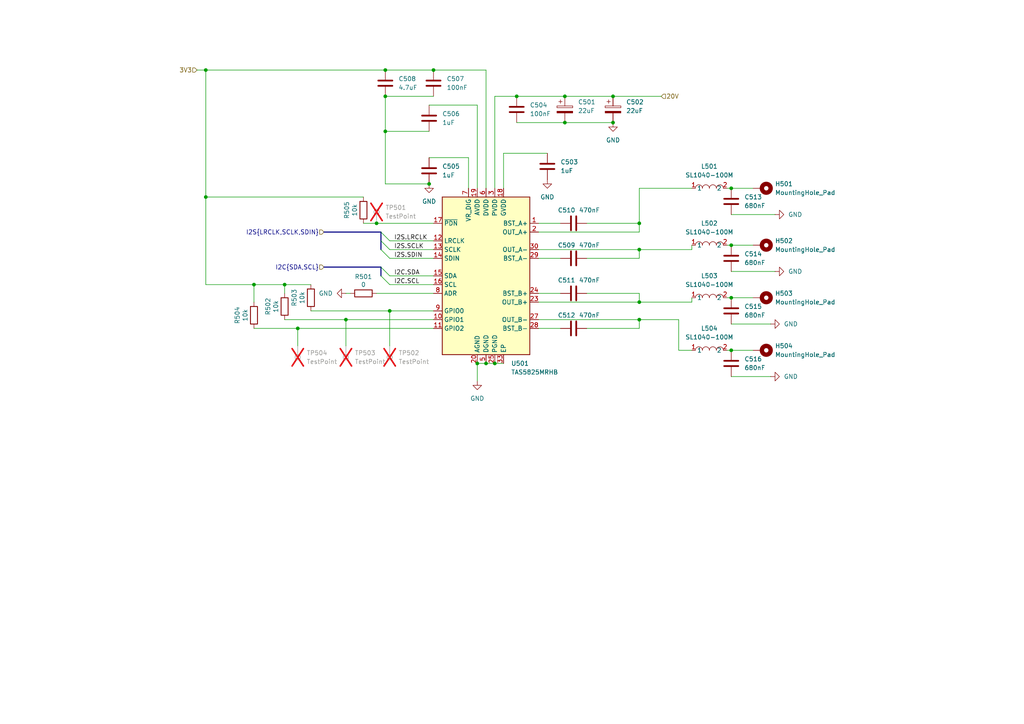
<source format=kicad_sch>
(kicad_sch (version 20231120) (generator "eeschema") (generator_version "8.0")
  (paper "A4")
  (lib_symbols
    (symbol "Amplifier_Audio:TAS5825MRHB"
      (property "Reference" "U" (at -11.43 24.13 0))
      (property "Value" "TAS5825MRHB" (at 13.97 24.13 0))
      (symbol "TAS5825MRHB_0_1"
        (rectangle (start -12.7 22.86) (end 12.7 -22.86) (stroke (width 0.254)) (fill (type background)))
      )
      (symbol "TAS5825MRHB_1_1"
        (pin passive line (at 15.24 15.24 180) (length 2.54) (name "BST_A+") (number "1"))
        (pin bidirectional line (at -15.24 -12.7 0) (length 2.54) (name "GPIO1") (number "10"))
        (pin bidirectional line (at -15.24 -15.24 0) (length 2.54) (name "GPIO2") (number "11"))
        (pin input line (at -15.24 10.16 0) (length 2.54) (name "LRCLK") (number "12"))
        (pin input line (at -15.24 7.62 0) (length 2.54) (name "SCLK") (number "13"))
        (pin input line (at -15.24 5.08 0) (length 2.54) (name "SDIN") (number "14"))
        (pin bidirectional line (at -15.24 0 0) (length 2.54) (name "SDA") (number "15"))
        (pin input line (at -15.24 -2.54 0) (length 2.54) (name "SCL") (number "16"))
        (pin input line (at -15.24 15.24 0) (length 2.54) (name "~{PDN}") (number "17"))
        (pin passive line (at 5.08 25.4 270) (length 2.54) (name "GVDD") (number "18"))
        (pin passive line (at -2.54 25.4 270) (length 2.54) (name "AVDD") (number "19"))
        (pin output line (at 15.24 12.7 180) (length 2.54) (name "OUT_A+") (number "2"))
        (pin power_in line (at -2.54 -25.4 90) (length 2.54) (name "AGND") (number "20"))
        (pin passive line (at 2.54 25.4 270) (length 2.54) hide (name "PVDD") (number "21"))
        (pin passive line (at 2.54 25.4 270) (length 2.54) hide (name "PVDD") (number "22"))
        (pin output line (at 15.24 -7.62 180) (length 2.54) (name "OUT_B+") (number "23"))
        (pin passive line (at 15.24 -5.08 180) (length 2.54) (name "BST_B+") (number "24"))
        (pin power_in line (at 2.54 -25.4 90) (length 2.54) (name "PGND") (number "25"))
        (pin passive line (at 2.54 -25.4 90) (length 2.54) hide (name "PGND") (number "26"))
        (pin output line (at 15.24 -12.7 180) (length 2.54) (name "OUT_B-") (number "27"))
        (pin passive line (at 15.24 -15.24 180) (length 2.54) (name "BST_B-") (number "28"))
        (pin passive line (at 15.24 5.08 180) (length 2.54) (name "BST_A-") (number "29"))
        (pin power_in line (at 2.54 25.4 270) (length 2.54) (name "PVDD") (number "3"))
        (pin output line (at 15.24 7.62 180) (length 2.54) (name "OUT_A-") (number "30"))
        (pin passive line (at 2.54 -25.4 90) (length 2.54) hide (name "PGND") (number "31"))
        (pin passive line (at 2.54 -25.4 90) (length 2.54) hide (name "PGND") (number "32"))
        (pin passive line (at 5.08 -25.4 90) (length 2.54) (name "EP") (number "33"))
        (pin passive line (at 2.54 25.4 270) (length 2.54) hide (name "PVDD") (number "4"))
        (pin power_in line (at 0 -25.4 90) (length 2.54) (name "DGND") (number "5"))
        (pin power_in line (at 0 25.4 270) (length 2.54) (name "DVDD") (number "6"))
        (pin passive line (at -5.08 25.4 270) (length 2.54) (name "VR_DIG") (number "7"))
        (pin passive line (at -15.24 -5.08 0) (length 2.54) (name "ADR") (number "8"))
        (pin bidirectional line (at -15.24 -10.16 0) (length 2.54) (name "GPIO0") (number "9"))
      )
    )
    (symbol "Connector:TestPoint" (pin_numbers hide) (pin_names (offset 0.762) hide)
      (property "Reference" "TP" (at 0 6.858 0))
      (property "Value" "TestPoint" (at 0 5.08 0))
      (symbol "TestPoint_0_1"
        (circle (center 0 3.302) (radius 0.762))
      )
      (symbol "TestPoint_1_1"
        (pin passive line (at 0 0 90) (length 2.54) (name "1") (number "1"))
      )
    )
    (symbol "Device:C" (pin_numbers hide) (pin_names (offset 0.254))
      (property "Reference" "C" (at 0.635 2.54 0))
      (property "Value" "C" (at 0.635 -2.54 0))
      (symbol "C_0_1"
        (polyline (pts (xy -2.032 -0.762) (xy 2.032 -0.762)) (stroke (width 0.508)))
        (polyline (pts (xy -2.032 0.762) (xy 2.032 0.762)) (stroke (width 0.508)))
      )
      (symbol "C_1_1"
        (pin passive line (at 0 3.81 270) (length 2.794) (name "~") (number "1"))
        (pin passive line (at 0 -3.81 90) (length 2.794) (name "~") (number "2"))
      )
    )
    (symbol "Device:C_Polarized" (pin_numbers hide) (pin_names (offset 0.254))
      (property "Reference" "C" (at 0.635 2.54 0))
      (property "Value" "C_Polarized" (at 0.635 -2.54 0))
      (symbol "C_Polarized_0_1"
        (rectangle (start -2.286 0.508) (end 2.286 1.016))
        (polyline (pts (xy -1.778 2.286) (xy -0.762 2.286)))
        (polyline (pts (xy -1.27 2.794) (xy -1.27 1.778)))
        (rectangle (start 2.286 -0.508) (end -2.286 -1.016) (fill (type outline)))
      )
      (symbol "C_Polarized_1_1"
        (pin passive line (at 0 3.81 270) (length 2.794) (name "~") (number "1"))
        (pin passive line (at 0 -3.81 90) (length 2.794) (name "~") (number "2"))
      )
    )
    (symbol "Device:R" (pin_numbers hide) (pin_names (offset 0))
      (property "Reference" "R" (at 2.032 0 90))
      (property "Value" "R" (at 0 0 90))
      (symbol "R_0_1"
        (rectangle (start -1.016 -2.54) (end 1.016 2.54) (stroke (width 0.254)))
      )
      (symbol "R_1_1"
        (pin passive line (at 0 3.81 270) (length 1.27) (name "~") (number "1"))
        (pin passive line (at 0 -3.81 90) (length 1.27) (name "~") (number "2"))
      )
    )
    (symbol "Mechanical:MountingHole_Pad" (pin_numbers hide) (pin_names (offset 1.016) hide) (exclude_from_sim yes) (in_bom no)
      (property "Reference" "H" (at 0 6.35 0))
      (property "Value" "MountingHole_Pad" (at 0 4.445 0))
      (symbol "MountingHole_Pad_0_1"
        (circle (center 0 1.27) (radius 1.27) (stroke (width 1.27)))
      )
      (symbol "MountingHole_Pad_1_1"
        (pin input line (at 0 -2.54 90) (length 2.54) (name "1") (number "1"))
      )
    )
    (symbol "easyeda2kicad:SL1040-100M"
      (property "Reference" "L" (at 0 5.08 0))
      (property "Value" "SL1040-100M" (at 0 -5.08 0))
      (symbol "SL1040-100M_0_1"
        (arc (start -2.03 0.01) (mid -3.055 1.013) (end -4.06 -0.01))
        (arc (start 0 0.01) (mid -1.025 1.013) (end -2.03 -0.01))
        (arc (start 2.03 0.01) (mid 1.005 1.013) (end 0 -0.01))
        (arc (start 4.06 0.01) (mid 3.035 1.013) (end 2.03 -0.01))
        (pin unspecified line (at -5.08 0 0) (length 1.016) (name "1") (number "1"))
        (pin unspecified line (at 5.08 0 180) (length 1.016) (name "2") (number "2"))
      )
    )
    (symbol "power:GND" (power) (pin_numbers hide) (pin_names (offset 0) hide)
      (property "Value" "GND" (at 0 -3.81 0))
      (symbol "GND_0_1"
        (polyline (pts (xy 0 0) (xy 0 -1.27) (xy 1.27 -1.27) (xy 0 -2.54) (xy -1.27 -1.27) (xy 0 -1.27)))
      )
      (symbol "GND_1_1"
        (pin power_in line (at 0 0 270) (length 0) (name "~") (number "1"))
      )
    )
  )
  (junction (at 163.83 35.56))
  (junction (at 177.8 35.56))
  (junction (at 140.97 105.41))
  (junction (at 111.76 27.94))
  (junction (at 163.83 27.94))
  (junction (at 177.8 27.94))
  (junction (at 111.76 38.1))
  (junction (at 59.69 20.32))
  (junction (at 212.09 101.6))
  (junction (at 212.09 54.61))
  (junction (at 73.66 82.55))
  (junction (at 185.42 72.39))
  (junction (at 138.43 105.41))
  (junction (at 185.42 64.77))
  (junction (at 113.03 90.17))
  (junction (at 100.33 92.71))
  (junction (at 143.51 105.41))
  (junction (at 59.69 57.15))
  (junction (at 111.76 20.32))
  (junction (at 149.86 27.94))
  (junction (at 109.22 64.77))
  (junction (at 185.42 87.63))
  (junction (at 124.46 53.34))
  (junction (at 86.36 95.25))
  (junction (at 125.73 20.32))
  (junction (at 82.55 82.55))
  (junction (at 212.09 86.36))
  (junction (at 212.09 71.12))
  (junction (at 185.42 92.71))
  (bus_entry (at 110.49 67.31) (size 2.54 2.54))
  (bus_entry (at 110.49 72.39) (size 2.54 2.54))
  (bus_entry (at 110.49 77.47) (size 2.54 2.54))
  (bus_entry (at 110.49 69.85) (size 2.54 2.54))
  (bus_entry (at 110.49 80.01) (size 2.54 2.54))
  (wire (pts (xy 135.89 54.61) (xy 135.89 45.72)))
  (wire (pts (xy 185.42 74.93) (xy 185.42 72.39)))
  (wire (pts (xy 124.46 38.1) (xy 111.76 38.1)))
  (wire (pts (xy 200.66 87.63) (xy 200.66 86.36)))
  (wire (pts (xy 200.66 72.39) (xy 200.66 71.12)))
  (wire (pts (xy 59.69 57.15) (xy 59.69 20.32)))
  (bus (pts (xy 93.98 67.31) (xy 110.49 67.31)))
  (wire (pts (xy 143.51 27.94) (xy 143.51 54.61)))
  (wire (pts (xy 143.51 105.41) (xy 146.05 105.41)))
  (bus (pts (xy 110.49 69.85) (xy 110.49 72.39)))
  (wire (pts (xy 138.43 105.41) (xy 140.97 105.41)))
  (wire (pts (xy 113.03 72.39) (xy 125.73 72.39)))
  (wire (pts (xy 90.17 90.17) (xy 113.03 90.17)))
  (wire (pts (xy 82.55 82.55) (xy 73.66 82.55)))
  (wire (pts (xy 59.69 82.55) (xy 59.69 57.15)))
  (wire (pts (xy 105.41 64.77) (xy 109.22 64.77)))
  (wire (pts (xy 212.09 101.6) (xy 218.44 101.6)))
  (wire (pts (xy 86.36 95.25) (xy 86.36 100.33)))
  (wire (pts (xy 73.66 82.55) (xy 59.69 82.55)))
  (wire (pts (xy 212.09 78.74) (xy 224.79 78.74)))
  (bus (pts (xy 110.49 77.47) (xy 110.49 80.01)))
  (wire (pts (xy 170.18 85.09) (xy 185.42 85.09)))
  (wire (pts (xy 100.33 92.71) (xy 125.73 92.71)))
  (wire (pts (xy 90.17 82.55) (xy 82.55 82.55)))
  (wire (pts (xy 170.18 64.77) (xy 185.42 64.77)))
  (wire (pts (xy 156.21 87.63) (xy 185.42 87.63)))
  (wire (pts (xy 113.03 90.17) (xy 113.03 100.33)))
  (wire (pts (xy 156.21 74.93) (xy 162.56 74.93)))
  (wire (pts (xy 210.82 54.61) (xy 212.09 54.61)))
  (wire (pts (xy 163.83 35.56) (xy 177.8 35.56)))
  (wire (pts (xy 210.82 86.36) (xy 212.09 86.36)))
  (wire (pts (xy 212.09 54.61) (xy 218.44 54.61)))
  (wire (pts (xy 185.42 95.25) (xy 185.42 92.71)))
  (wire (pts (xy 138.43 105.41) (xy 138.43 110.49)))
  (wire (pts (xy 156.21 92.71) (xy 185.42 92.71)))
  (wire (pts (xy 163.83 27.94) (xy 177.8 27.94)))
  (wire (pts (xy 100.33 85.09) (xy 101.6 85.09)))
  (wire (pts (xy 140.97 20.32) (xy 125.73 20.32)))
  (wire (pts (xy 210.82 101.6) (xy 212.09 101.6)))
  (wire (pts (xy 140.97 54.61) (xy 140.97 20.32)))
  (wire (pts (xy 113.03 82.55) (xy 125.73 82.55)))
  (wire (pts (xy 212.09 86.36) (xy 218.44 86.36)))
  (wire (pts (xy 59.69 20.32) (xy 111.76 20.32)))
  (wire (pts (xy 185.42 72.39) (xy 200.66 72.39)))
  (wire (pts (xy 138.43 30.48) (xy 124.46 30.48)))
  (wire (pts (xy 59.69 57.15) (xy 105.41 57.15)))
  (wire (pts (xy 185.42 64.77) (xy 185.42 54.61)))
  (wire (pts (xy 140.97 105.41) (xy 143.51 105.41)))
  (wire (pts (xy 156.21 85.09) (xy 162.56 85.09)))
  (wire (pts (xy 86.36 95.25) (xy 125.73 95.25)))
  (wire (pts (xy 57.15 20.32) (xy 59.69 20.32)))
  (wire (pts (xy 109.22 64.77) (xy 125.73 64.77)))
  (wire (pts (xy 156.21 67.31) (xy 185.42 67.31)))
  (wire (pts (xy 185.42 85.09) (xy 185.42 87.63)))
  (wire (pts (xy 212.09 71.12) (xy 218.44 71.12)))
  (wire (pts (xy 212.09 62.23) (xy 224.79 62.23)))
  (wire (pts (xy 73.66 82.55) (xy 73.66 87.63)))
  (wire (pts (xy 212.09 93.98) (xy 223.52 93.98)))
  (wire (pts (xy 177.8 27.94) (xy 191.77 27.94)))
  (wire (pts (xy 138.43 54.61) (xy 138.43 30.48)))
  (wire (pts (xy 156.21 64.77) (xy 162.56 64.77)))
  (wire (pts (xy 111.76 53.34) (xy 124.46 53.34)))
  (wire (pts (xy 111.76 20.32) (xy 125.73 20.32)))
  (wire (pts (xy 113.03 74.93) (xy 125.73 74.93)))
  (wire (pts (xy 111.76 38.1) (xy 111.76 53.34)))
  (bus (pts (xy 93.98 77.47) (xy 110.49 77.47)))
  (wire (pts (xy 109.22 85.09) (xy 125.73 85.09)))
  (wire (pts (xy 100.33 92.71) (xy 100.33 100.33)))
  (wire (pts (xy 196.85 101.6) (xy 200.66 101.6)))
  (wire (pts (xy 73.66 95.25) (xy 86.36 95.25)))
  (wire (pts (xy 185.42 92.71) (xy 196.85 92.71)))
  (wire (pts (xy 113.03 80.01) (xy 125.73 80.01)))
  (wire (pts (xy 82.55 82.55) (xy 82.55 85.09)))
  (wire (pts (xy 212.09 109.22) (xy 223.52 109.22)))
  (wire (pts (xy 113.03 90.17) (xy 125.73 90.17)))
  (wire (pts (xy 149.86 27.94) (xy 163.83 27.94)))
  (wire (pts (xy 185.42 67.31) (xy 185.42 64.77)))
  (bus (pts (xy 110.49 67.31) (xy 110.49 69.85)))
  (wire (pts (xy 170.18 74.93) (xy 185.42 74.93)))
  (wire (pts (xy 185.42 54.61) (xy 200.66 54.61)))
  (wire (pts (xy 170.18 95.25) (xy 185.42 95.25)))
  (wire (pts (xy 210.82 71.12) (xy 212.09 71.12)))
  (wire (pts (xy 156.21 72.39) (xy 185.42 72.39)))
  (wire (pts (xy 196.85 92.71) (xy 196.85 101.6)))
  (wire (pts (xy 149.86 35.56) (xy 163.83 35.56)))
  (wire (pts (xy 113.03 69.85) (xy 125.73 69.85)))
  (wire (pts (xy 111.76 27.94) (xy 125.73 27.94)))
  (wire (pts (xy 143.51 27.94) (xy 149.86 27.94)))
  (wire (pts (xy 185.42 87.63) (xy 200.66 87.63)))
  (wire (pts (xy 156.21 95.25) (xy 162.56 95.25)))
  (wire (pts (xy 146.05 44.45) (xy 158.75 44.45)))
  (wire (pts (xy 82.55 92.71) (xy 100.33 92.71)))
  (wire (pts (xy 135.89 45.72) (xy 124.46 45.72)))
  (wire (pts (xy 146.05 54.61) (xy 146.05 44.45)))
  (wire (pts (xy 111.76 38.1) (xy 111.76 27.94)))
  (label "I2S.LRCLK" (at 114.3 69.85 0))
  (label "I2C.SCL" (at 114.3 82.55 0))
  (label "I2S.SCLK" (at 114.3 72.39 0))
  (label "I2S.SDIN" (at 114.3 74.93 0))
  (label "I2C.SDA" (at 114.3 80.01 0))
  (hierarchical_label "3V3" (shape input) (at 57.15 20.32 180))
  (hierarchical_label "I2C{SDA,SCL}" (shape input) (at 93.98 77.47 180))
  (hierarchical_label "I2S{LRCLK,SCLK,SDIN}" (shape input) (at 93.98 67.31 180))
  (hierarchical_label "20V" (shape input) (at 191.77 27.94 0))
  (symbol (lib_id "easyeda2kicad:SL1040-100M") (at 205.74 101.6 0) (unit 1)
    (property "Reference" "L504" (at 205.74 95.25 0))
    (property "Value" "SL1040-100M" (at 205.74 97.79 0))
    (property "Footprint" "easyeda2kicad:IND-SMD_L11.0-W10.2" (effects (hide yes)))
    (property "LCSC Part" "C22463839" (effects (hide yes)))
  )
  (symbol (lib_id "power:GND") (at 224.79 62.23 90) (unit 1)
    (property "Reference" "#PWR0506" (effects (hide yes)))
    (property "Value" "GND" (at 228.6 62.2299 90) (effects (justify right)))
    (property "Description" "Power symbol creates a global label with name \"GND\" , ground" (effects (hide yes)))
  )
  (symbol (lib_id "power:GND") (at 138.43 110.49 0) (unit 1)
    (property "Reference" "#PWR0501" (effects (hide yes)))
    (property "Value" "GND" (at 138.43 115.57 0))
    (property "Description" "Power symbol creates a global label with name \"GND\" , ground" (effects (hide yes)))
  )
  (symbol (lib_id "Device:R") (at 73.66 91.44 0) (unit 1)
    (property "Reference" "R504" (at 68.834 91.44 90))
    (property "Value" "10k" (at 71.12 91.44 90))
    (property "Footprint" "Resistor_SMD:R_0603_1608Metric" (effects (hide yes)))
    (property "Description" "Resistor" (effects (hide yes)))
  )
  (symbol (lib_id "Device:C") (at 166.37 85.09 90) (unit 1)
    (property "Reference" "C511" (at 164.338 81.28 90))
    (property "Value" "470nF" (at 170.942 81.28 90))
    (property "Footprint" "Capacitor_SMD:C_0603_1608Metric" (effects (hide yes)))
    (property "Description" "Unpolarized capacitor" (effects (hide yes)))
  )
  (symbol (lib_id "power:GND") (at 158.75 52.07 0) (unit 1)
    (property "Reference" "#PWR0502" (effects (hide yes)))
    (property "Value" "GND" (at 158.75 57.15 0))
    (property "Description" "Power symbol creates a global label with name \"GND\" , ground" (effects (hide yes)))
  )
  (symbol (lib_id "Mechanical:MountingHole_Pad") (at 220.98 54.61 270) (unit 1) (exclude_from_sim yes) (in_bom no)
    (property "Reference" "H501" (at 224.79 53.3399 90) (effects (justify left)))
    (property "Value" "MountingHole_Pad" (at 224.79 55.8799 90) (effects (justify left)))
    (property "Footprint" "MountingHole:MountingHole_4mm_Pad_Via" (effects (hide yes)))
    (property "Description" "Mounting Hole with connection" (effects (hide yes)))
  )
  (symbol (lib_id "Device:R") (at 90.17 86.36 0) (unit 1)
    (property "Reference" "R503" (at 85.344 86.36 90))
    (property "Value" "10k" (at 87.63 86.36 90))
    (property "Footprint" "Resistor_SMD:R_0603_1608Metric" (effects (hide yes)))
    (property "Description" "Resistor" (effects (hide yes)))
  )
  (symbol (lib_id "Device:C_Polarized") (at 177.8 31.75 0) (unit 1)
    (property "Reference" "C502" (at 181.61 29.5909 0) (effects (justify left)))
    (property "Value" "22uF" (at 181.61 32.1309 0) (effects (justify left)))
    (property "Footprint" "Capacitor_SMD:C_Elec_5x5.8" (effects (hide yes)))
    (property "Description" "Polarized capacitor" (effects (hide yes)))
    (property "LCSC Part" "C336246" (effects (hide yes)))
  )
  (symbol (lib_id "Device:R") (at 82.55 88.9 0) (unit 1)
    (property "Reference" "R502" (at 77.724 88.9 90))
    (property "Value" "10k" (at 80.01 88.9 90))
    (property "Footprint" "Resistor_SMD:R_0603_1608Metric" (effects (hide yes)))
    (property "Description" "Resistor" (effects (hide yes)))
  )
  (symbol (lib_id "Connector:TestPoint") (at 100.33 100.33 180) (unit 1) (in_bom no) (dnp yes)
    (property "Reference" "TP503" (at 102.87 102.3619 0) (effects (justify right)))
    (property "Value" "TestPoint" (at 102.87 104.9019 0) (effects (justify right)))
    (property "Footprint" "Connector_PinHeader_1.00mm:PinHeader_1x01_P1.00mm_Vertical" (effects (hide yes)))
    (property "Description" "test point" (effects (hide yes)))
  )
  (symbol (lib_id "Device:C") (at 125.73 24.13 0) (unit 1)
    (property "Reference" "C507" (at 129.54 22.8599 0) (effects (justify left)))
    (property "Value" "100nF" (at 129.54 25.3999 0) (effects (justify left)))
    (property "Footprint" "Capacitor_SMD:C_0603_1608Metric" (effects (hide yes)))
    (property "Description" "Unpolarized capacitor" (effects (hide yes)))
  )
  (symbol (lib_id "Device:C") (at 212.09 105.41 0) (unit 1)
    (property "Reference" "C516" (at 215.9 104.1399 0) (effects (justify left)))
    (property "Value" "680nF" (at 215.9 106.6799 0) (effects (justify left)))
    (property "Footprint" "Capacitor_SMD:C_0603_1608Metric" (effects (hide yes)))
    (property "Description" "Unpolarized capacitor" (effects (hide yes)))
  )
  (symbol (lib_id "Device:C_Polarized") (at 163.83 31.75 0) (unit 1)
    (property "Reference" "C501" (at 167.64 29.5909 0) (effects (justify left)))
    (property "Value" "22uF" (at 167.64 32.1309 0) (effects (justify left)))
    (property "Footprint" "Capacitor_SMD:C_Elec_5x5.8" (effects (hide yes)))
    (property "Description" "Polarized capacitor" (effects (hide yes)))
    (property "LCSC Part" "C336246" (effects (hide yes)))
  )
  (symbol (lib_id "Device:C") (at 212.09 58.42 0) (unit 1)
    (property "Reference" "C513" (at 215.9 57.1499 0) (effects (justify left)))
    (property "Value" "680nF" (at 215.9 59.6899 0) (effects (justify left)))
    (property "Footprint" "Capacitor_SMD:C_0603_1608Metric" (effects (hide yes)))
    (property "Description" "Unpolarized capacitor" (effects (hide yes)))
  )
  (symbol (lib_id "easyeda2kicad:SL1040-100M") (at 205.74 71.12 0) (unit 1)
    (property "Reference" "L502" (at 205.74 64.77 0))
    (property "Value" "SL1040-100M" (at 205.74 67.31 0))
    (property "Footprint" "easyeda2kicad:IND-SMD_L11.0-W10.2" (effects (hide yes)))
    (property "LCSC Part" "C22463839" (effects (hide yes)))
  )
  (symbol (lib_id "Connector:TestPoint") (at 109.22 64.77 0) (unit 1) (in_bom no) (dnp yes)
    (property "Reference" "TP501" (at 111.76 60.1979 0) (effects (justify left)))
    (property "Value" "TestPoint" (at 111.76 62.7379 0) (effects (justify left)))
    (property "Footprint" "Connector_PinHeader_1.00mm:PinHeader_1x01_P1.00mm_Vertical" (effects (hide yes)))
    (property "Description" "test point" (effects (hide yes)))
  )
  (symbol (lib_id "Device:C") (at 212.09 90.17 0) (unit 1)
    (property "Reference" "C515" (at 215.9 88.8999 0) (effects (justify left)))
    (property "Value" "680nF" (at 215.9 91.4399 0) (effects (justify left)))
    (property "Footprint" "Capacitor_SMD:C_0603_1608Metric" (effects (hide yes)))
    (property "Description" "Unpolarized capacitor" (effects (hide yes)))
  )
  (symbol (lib_id "Mechanical:MountingHole_Pad") (at 220.98 86.36 270) (unit 1) (exclude_from_sim yes) (in_bom no)
    (property "Reference" "H503" (at 224.79 85.0899 90) (effects (justify left)))
    (property "Value" "MountingHole_Pad" (at 224.79 87.6299 90) (effects (justify left)))
    (property "Footprint" "MountingHole:MountingHole_4mm_Pad_Via" (effects (hide yes)))
    (property "Description" "Mounting Hole with connection" (effects (hide yes)))
  )
  (symbol (lib_id "power:GND") (at 224.79 78.74 90) (unit 1)
    (property "Reference" "#PWR0507" (effects (hide yes)))
    (property "Value" "GND" (at 228.6 78.7399 90) (effects (justify right)))
    (property "Description" "Power symbol creates a global label with name \"GND\" , ground" (effects (hide yes)))
  )
  (symbol (lib_id "power:GND") (at 223.52 93.98 90) (unit 1)
    (property "Reference" "#PWR0508" (effects (hide yes)))
    (property "Value" "GND" (at 227.33 93.9799 90) (effects (justify right)))
    (property "Description" "Power symbol creates a global label with name \"GND\" , ground" (effects (hide yes)))
  )
  (symbol (lib_id "power:GND") (at 223.52 109.22 90) (unit 1)
    (property "Reference" "#PWR0509" (effects (hide yes)))
    (property "Value" "GND" (at 227.33 109.2199 90) (effects (justify right)))
    (property "Description" "Power symbol creates a global label with name \"GND\" , ground" (effects (hide yes)))
  )
  (symbol (lib_id "power:GND") (at 124.46 53.34 0) (unit 1)
    (property "Reference" "#PWR0504" (effects (hide yes)))
    (property "Value" "GND" (at 124.46 58.42 0))
    (property "Description" "Power symbol creates a global label with name \"GND\" , ground" (effects (hide yes)))
  )
  (symbol (lib_id "Device:R") (at 105.41 85.09 270) (unit 1)
    (property "Reference" "R501" (at 105.41 80.264 90))
    (property "Value" "0" (at 105.41 82.55 90))
    (property "Footprint" "Resistor_SMD:R_0603_1608Metric" (effects (hide yes)))
    (property "Description" "Resistor" (effects (hide yes)))
  )
  (symbol (lib_id "Device:C") (at 111.76 24.13 0) (unit 1)
    (property "Reference" "C508" (at 115.57 22.8599 0) (effects (justify left)))
    (property "Value" "4.7uF" (at 115.57 25.3999 0) (effects (justify left)))
    (property "Footprint" "Capacitor_SMD:C_0603_1608Metric" (effects (hide yes)))
    (property "Description" "Unpolarized capacitor" (effects (hide yes)))
  )
  (symbol (lib_id "Device:C") (at 166.37 74.93 90) (unit 1)
    (property "Reference" "C509" (at 164.338 71.12 90))
    (property "Value" "470nF" (at 170.942 71.12 90))
    (property "Footprint" "Capacitor_SMD:C_0603_1608Metric" (effects (hide yes)))
    (property "Description" "Unpolarized capacitor" (effects (hide yes)))
  )
  (symbol (lib_id "Device:R") (at 105.41 60.96 0) (unit 1)
    (property "Reference" "R505" (at 100.584 60.96 90))
    (property "Value" "10k" (at 102.87 60.96 90))
    (property "Footprint" "Resistor_SMD:R_0603_1608Metric" (effects (hide yes)))
    (property "Description" "Resistor" (effects (hide yes)))
  )
  (symbol (lib_id "easyeda2kicad:SL1040-100M") (at 205.74 86.36 0) (unit 1)
    (property "Reference" "L503" (at 205.74 80.01 0))
    (property "Value" "SL1040-100M" (at 205.74 82.55 0))
    (property "Footprint" "easyeda2kicad:IND-SMD_L11.0-W10.2" (effects (hide yes)))
    (property "LCSC Part" "C22463839" (effects (hide yes)))
  )
  (symbol (lib_id "power:GND") (at 177.8 35.56 0) (unit 1)
    (property "Reference" "#PWR0503" (effects (hide yes)))
    (property "Value" "GND" (at 177.8 40.64 0))
    (property "Description" "Power symbol creates a global label with name \"GND\" , ground" (effects (hide yes)))
  )
  (symbol (lib_id "Mechanical:MountingHole_Pad") (at 220.98 101.6 270) (unit 1) (exclude_from_sim yes) (in_bom no)
    (property "Reference" "H504" (at 224.79 100.3299 90) (effects (justify left)))
    (property "Value" "MountingHole_Pad" (at 224.79 102.8699 90) (effects (justify left)))
    (property "Footprint" "MountingHole:MountingHole_4mm_Pad_Via" (effects (hide yes)))
    (property "Description" "Mounting Hole with connection" (effects (hide yes)))
  )
  (symbol (lib_id "Device:C") (at 124.46 34.29 0) (unit 1)
    (property "Reference" "C506" (at 128.27 33.0199 0) (effects (justify left)))
    (property "Value" "1uF" (at 128.27 35.5599 0) (effects (justify left)))
    (property "Footprint" "Capacitor_SMD:C_0603_1608Metric" (effects (hide yes)))
    (property "Description" "Unpolarized capacitor" (effects (hide yes)))
  )
  (symbol (lib_id "Device:C") (at 212.09 74.93 0) (unit 1)
    (property "Reference" "C514" (at 215.9 73.6599 0) (effects (justify left)))
    (property "Value" "680nF" (at 215.9 76.1999 0) (effects (justify left)))
    (property "Footprint" "Capacitor_SMD:C_0603_1608Metric" (effects (hide yes)))
    (property "Description" "Unpolarized capacitor" (effects (hide yes)))
  )
  (symbol (lib_id "Connector:TestPoint") (at 113.03 100.33 180) (unit 1) (in_bom no) (dnp yes)
    (property "Reference" "TP502" (at 115.57 102.3619 0) (effects (justify right)))
    (property "Value" "TestPoint" (at 115.57 104.9019 0) (effects (justify right)))
    (property "Footprint" "Connector_PinHeader_1.00mm:PinHeader_1x01_P1.00mm_Vertical" (effects (hide yes)))
    (property "Description" "test point" (effects (hide yes)))
  )
  (symbol (lib_id "Device:C") (at 158.75 48.26 0) (unit 1)
    (property "Reference" "C503" (at 162.56 46.9899 0) (effects (justify left)))
    (property "Value" "1uF" (at 162.56 49.5299 0) (effects (justify left)))
    (property "Footprint" "Capacitor_SMD:C_0603_1608Metric" (effects (hide yes)))
    (property "Description" "Unpolarized capacitor" (effects (hide yes)))
  )
  (symbol (lib_id "power:GND") (at 100.33 85.09 270) (unit 1)
    (property "Reference" "#PWR0505" (effects (hide yes)))
    (property "Value" "GND" (at 96.52 85.0899 90) (effects (justify right)))
    (property "Description" "Power symbol creates a global label with name \"GND\" , ground" (effects (hide yes)))
  )
  (symbol (lib_id "easyeda2kicad:SL1040-100M") (at 205.74 54.61 0) (unit 1)
    (property "Reference" "L501" (at 205.74 48.26 0))
    (property "Value" "SL1040-100M" (at 205.74 50.8 0))
    (property "Footprint" "easyeda2kicad:IND-SMD_L11.0-W10.2" (effects (hide yes)))
    (property "LCSC Part" "C22463839" (effects (hide yes)))
  )
  (symbol (lib_id "Device:C") (at 149.86 31.75 0) (unit 1)
    (property "Reference" "C504" (at 153.67 30.4799 0) (effects (justify left)))
    (property "Value" "100nF" (at 153.67 33.0199 0) (effects (justify left)))
    (property "Footprint" "Capacitor_SMD:C_0603_1608Metric" (effects (hide yes)))
    (property "Description" "Unpolarized capacitor" (effects (hide yes)))
  )
  (symbol (lib_id "Connector:TestPoint") (at 86.36 100.33 180) (unit 1) (in_bom no) (dnp yes)
    (property "Reference" "TP504" (at 88.9 102.3619 0) (effects (justify right)))
    (property "Value" "TestPoint" (at 88.9 104.9019 0) (effects (justify right)))
    (property "Footprint" "Connector_PinHeader_1.00mm:PinHeader_1x01_P1.00mm_Vertical" (effects (hide yes)))
    (property "Description" "test point" (effects (hide yes)))
  )
  (symbol (lib_id "Device:C") (at 166.37 95.25 90) (unit 1)
    (property "Reference" "C512" (at 164.338 91.44 90))
    (property "Value" "470nF" (at 170.942 91.44 90))
    (property "Footprint" "Capacitor_SMD:C_0603_1608Metric" (effects (hide yes)))
    (property "Description" "Unpolarized capacitor" (effects (hide yes)))
  )
  (symbol (lib_id "Amplifier_Audio:TAS5825MRHB") (at 140.97 80.01 0) (unit 1)
    (property "Reference" "U501" (at 148.2441 105.41 0) (effects (justify left)))
    (property "Value" "TAS5825MRHB" (at 148.2441 107.95 0) (effects (justify left)))
    (property "Footprint" "Package_DFN_QFN:VQFN-32-1EP_5x5mm_P0.5mm_EP3.1x3.1mm" (effects (hide yes)))
    (property "Datasheet" "www.ti.com/lit/ds/symlink/tas5825m.pdf" (effects (hide yes)))
    (property "Description" "38-W Stereo, Inductor-Less, Digital Input, Closed-Loop Class-D Audio Amplifier with 192-kHz Extended Audio Processing, VQFN-32" (effects (hide yes)))
  )
  (symbol (lib_id "Mechanical:MountingHole_Pad") (at 220.98 71.12 270) (unit 1) (exclude_from_sim yes) (in_bom no)
    (property "Reference" "H502" (at 224.79 69.8499 90) (effects (justify left)))
    (property "Value" "MountingHole_Pad" (at 224.79 72.3899 90) (effects (justify left)))
    (property "Footprint" "MountingHole:MountingHole_4mm_Pad_Via" (effects (hide yes)))
    (property "Description" "Mounting Hole with connection" (effects (hide yes)))
  )
  (symbol (lib_id "Device:C") (at 166.37 64.77 90) (unit 1)
    (property "Reference" "C510" (at 164.338 60.96 90))
    (property "Value" "470nF" (at 170.942 60.96 90))
    (property "Footprint" "Capacitor_SMD:C_0603_1608Metric" (effects (hide yes)))
    (property "Description" "Unpolarized capacitor" (effects (hide yes)))
  )
  (symbol (lib_id "Device:C") (at 124.46 49.53 0) (unit 1)
    (property "Reference" "C505" (at 128.27 48.2599 0) (effects (justify left)))
    (property "Value" "1uF" (at 128.27 50.7999 0) (effects (justify left)))
    (property "Footprint" "Capacitor_SMD:C_0603_1608Metric" (effects (hide yes)))
    (property "Description" "Unpolarized capacitor" (effects (hide yes)))
  )
)
</source>
